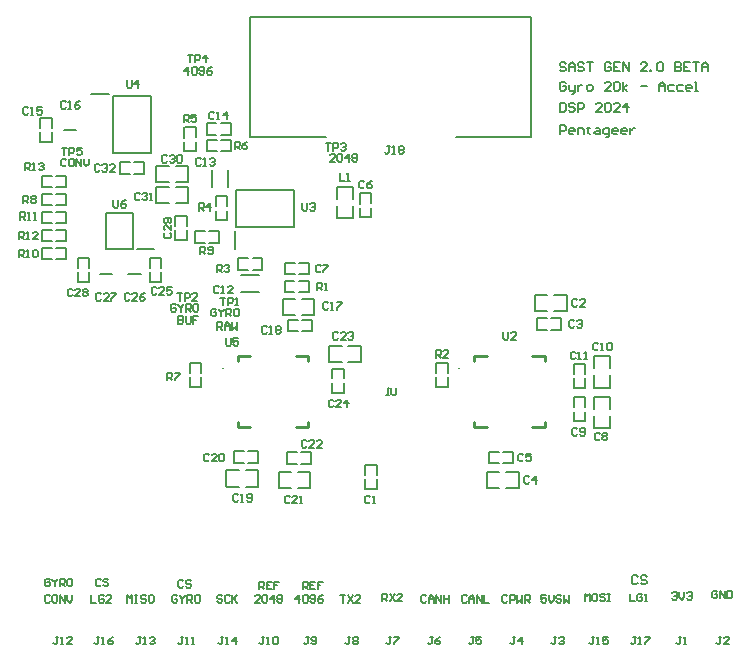
<source format=gto>
G04*
G04 #@! TF.GenerationSoftware,Altium Limited,Altium Designer,24.2.2 (26)*
G04*
G04 Layer_Color=65535*
%FSLAX44Y44*%
%MOMM*%
G71*
G04*
G04 #@! TF.SameCoordinates,32683A2E-CEC5-46B4-BDA2-C12D6267EED3*
G04*
G04*
G04 #@! TF.FilePolarity,Positive*
G04*
G01*
G75*
%ADD10C,0.0485*%
%ADD11C,0.2000*%
%ADD12C,0.1524*%
%ADD13C,0.2540*%
%ADD14C,0.1778*%
D10*
X57826Y19420D02*
G03*
X57346Y19420I-240J0D01*
G01*
D02*
G03*
X57826Y19420I240J0D01*
G01*
X-142326D02*
G03*
X-142806Y19420I-240J0D01*
G01*
D02*
G03*
X-142326Y19420I240J0D01*
G01*
D11*
X-119254Y215334D02*
X-55254D01*
X-119254D02*
Y317334D01*
X118746D01*
Y215334D02*
Y317334D01*
X54746Y215334D02*
X118746D01*
X-132480Y120440D02*
Y135440D01*
X-131180Y138940D02*
X-82180D01*
Y170940D01*
X-131180D02*
X-82180D01*
X-131180Y138940D02*
Y170940D01*
X-214870Y120890D02*
X-200870D01*
X-218370D02*
Y150890D01*
X-241370D02*
X-218370D01*
X-241370Y120890D02*
Y150890D01*
Y120890D02*
X-218370D01*
X-277030Y220980D02*
X-266530D01*
X-151642Y172978D02*
Y187702D01*
X-137918Y172978D02*
Y187702D01*
X-254210Y251860D02*
X-239210D01*
X-235710Y201560D02*
Y250560D01*
Y201560D02*
X-203710D01*
Y250560D01*
X-235710D02*
X-203710D01*
X-246550Y99060D02*
X-236050D01*
X-222420D02*
X-211920D01*
X-126742Y84578D02*
X-112018D01*
X-126742Y98302D02*
X-112018D01*
D12*
X-46228Y146558D02*
Y157099D01*
Y146558D02*
X-32639D01*
X-32512Y146685D01*
Y157099D01*
X-46228Y173355D02*
X-46101Y173482D01*
X-46228Y162941D02*
Y173355D01*
X-46101Y173482D02*
X-32639D01*
X-32512Y173355D01*
Y162941D02*
Y173355D01*
X-16764Y159193D02*
Y167640D01*
X-26293D02*
X-16764D01*
X-26416Y159127D02*
Y167517D01*
X-26293Y167640D01*
X-26416Y147320D02*
Y155475D01*
Y147320D02*
X-16764D01*
Y155502D01*
X-296926Y210820D02*
Y219267D01*
Y210820D02*
X-287397D01*
X-287274Y210943D02*
Y219333D01*
X-287397Y210820D02*
X-287274Y210943D01*
Y222985D02*
Y231140D01*
X-296926D02*
X-287274D01*
X-296926Y222958D02*
Y231140D01*
X81026Y-68072D02*
X91567D01*
X81026Y-81661D02*
Y-68072D01*
Y-81661D02*
X81153Y-81788D01*
X91567D01*
X107823Y-68072D02*
X107950Y-68199D01*
X97409Y-68072D02*
X107823D01*
X107950Y-81661D02*
Y-68199D01*
X107823Y-81788D02*
X107950Y-81661D01*
X97409Y-81788D02*
X107823D01*
X94931Y-60706D02*
X103378D01*
Y-51177D01*
X94865Y-51054D02*
X103255D01*
X103378Y-51177D01*
X83058Y-51054D02*
X91213D01*
X83058Y-60706D02*
Y-51054D01*
Y-60706D02*
X91240D01*
X171450Y-31242D02*
Y-20701D01*
Y-31242D02*
X185039D01*
X185166Y-31115D01*
Y-20701D01*
X171450Y-4445D02*
X171577Y-4318D01*
X171450Y-14859D02*
Y-4445D01*
X171577Y-4318D02*
X185039D01*
X185166Y-4445D01*
Y-14859D02*
Y-4445D01*
X164084Y-13447D02*
Y-5000D01*
X154555D02*
X164084D01*
X154432Y-13513D02*
Y-5123D01*
X154555Y-5000D01*
X154432Y-25320D02*
Y-17165D01*
Y-25320D02*
X164084D01*
Y-17138D01*
X154432Y2540D02*
Y10987D01*
Y2540D02*
X163961D01*
X164084Y2663D02*
Y11053D01*
X163961Y2540D02*
X164084Y2663D01*
Y14705D02*
Y22860D01*
X154432D02*
X164084D01*
X154432Y14678D02*
Y22860D01*
X185166Y19431D02*
Y29972D01*
X171577D02*
X185166D01*
X171450Y29845D02*
X171577Y29972D01*
X171450Y19431D02*
Y29845D01*
X185039Y3048D02*
X185166Y3175D01*
Y13589D01*
X171577Y3048D02*
X185039D01*
X171450Y3175D02*
X171577Y3048D01*
X171450Y3175D02*
Y13589D01*
X121666Y81788D02*
X132207D01*
X121666Y68199D02*
Y81788D01*
Y68199D02*
X121793Y68072D01*
X132207D01*
X148463Y81788D02*
X148590Y81661D01*
X138049Y81788D02*
X148463D01*
X148590Y68199D02*
Y81661D01*
X148463Y68072D02*
X148590Y68199D01*
X138049Y68072D02*
X148463D01*
X135571Y52324D02*
X144018D01*
Y61853D01*
X135505Y61976D02*
X143895D01*
X144018Y61853D01*
X123698Y61976D02*
X131853D01*
X123698Y52324D02*
Y61976D01*
Y52324D02*
X131880D01*
X48006Y15937D02*
Y24384D01*
X38477D02*
X48006D01*
X38354Y15871D02*
Y24261D01*
X38477Y24384D01*
X38354Y4064D02*
Y12219D01*
Y4064D02*
X48006D01*
Y12246D01*
X-21844Y-82550D02*
Y-74103D01*
Y-82550D02*
X-12315D01*
X-12192Y-82427D02*
Y-74037D01*
X-12315Y-82550D02*
X-12192Y-82427D01*
Y-70385D02*
Y-62230D01*
X-21844D02*
X-12192D01*
X-21844Y-70412D02*
Y-62230D01*
X-138684Y156733D02*
Y165180D01*
X-148213D02*
X-138684D01*
X-148336Y156667D02*
Y165057D01*
X-148213Y165180D01*
X-148336Y144860D02*
Y153015D01*
Y144860D02*
X-138684D01*
Y153042D01*
X-165354Y215073D02*
Y223520D01*
X-174883D02*
X-165354D01*
X-175006Y215007D02*
Y223397D01*
X-174883Y223520D01*
X-175006Y203200D02*
Y211355D01*
Y203200D02*
X-165354D01*
Y211382D01*
X-144337Y217424D02*
X-135890D01*
Y226953D01*
X-144403Y227076D02*
X-136013D01*
X-135890Y226953D01*
X-156210Y227076D02*
X-148055D01*
X-156210Y217424D02*
Y227076D01*
Y217424D02*
X-148028D01*
X-156210Y213106D02*
X-147763D01*
X-156210Y203577D02*
Y213106D01*
X-156087Y203454D02*
X-147697D01*
X-156210Y203577D02*
X-156087Y203454D01*
X-144045D02*
X-135890D01*
Y213106D01*
X-144072D02*
X-135890D01*
X-182499Y159512D02*
X-171958D01*
Y173101D01*
X-172085Y173228D02*
X-171958Y173101D01*
X-182499Y173228D02*
X-172085D01*
X-198882Y159639D02*
X-198755Y159512D01*
X-188341D01*
X-198882Y159639D02*
Y173101D01*
X-198755Y173228D01*
X-188341D01*
X-182499Y177292D02*
X-171958D01*
Y190881D01*
X-172085Y191008D02*
X-171958Y190881D01*
X-182499Y191008D02*
X-172085D01*
X-198882Y177419D02*
X-198755Y177292D01*
X-188341D01*
X-198882Y177419D02*
Y190881D01*
X-198755Y191008D01*
X-188341D01*
X-229870Y194056D02*
X-221423D01*
X-229870Y184527D02*
Y194056D01*
X-229747Y184404D02*
X-221357D01*
X-229870Y184527D02*
X-229747Y184404D01*
X-217705D02*
X-209550D01*
Y194056D01*
X-217732D02*
X-209550D01*
X-295910Y182626D02*
X-287463D01*
X-295910Y173097D02*
Y182626D01*
X-295787Y172974D02*
X-287397D01*
X-295910Y173097D02*
X-295787Y172974D01*
X-283745D02*
X-275590D01*
Y182626D01*
X-283772D02*
X-275590D01*
X-295910Y167386D02*
X-287463D01*
X-295910Y157857D02*
Y167386D01*
X-295787Y157734D02*
X-287397D01*
X-295910Y157857D02*
X-295787Y157734D01*
X-283745D02*
X-275590D01*
Y167386D01*
X-283772D02*
X-275590D01*
X-295990Y152146D02*
X-287543D01*
X-295990Y142617D02*
Y152146D01*
X-295867Y142494D02*
X-287477D01*
X-295990Y142617D02*
X-295867Y142494D01*
X-283825D02*
X-275670D01*
Y152146D01*
X-283852D02*
X-275670D01*
X-295910Y136906D02*
X-287463D01*
X-295910Y127377D02*
Y136906D01*
X-295787Y127254D02*
X-287397D01*
X-295910Y127377D02*
X-295787Y127254D01*
X-283745D02*
X-275590D01*
Y136906D01*
X-283772D02*
X-275590D01*
X-295830Y121666D02*
X-287383D01*
X-295830Y112137D02*
Y121666D01*
X-295707Y112014D02*
X-287317D01*
X-295830Y112137D02*
X-295707Y112014D01*
X-283665D02*
X-275510D01*
Y121666D01*
X-283692D02*
X-275510D01*
X-265176Y92710D02*
Y101157D01*
Y92710D02*
X-255647D01*
X-255524Y92833D02*
Y101223D01*
X-255647Y92710D02*
X-255524Y92833D01*
Y104875D02*
Y113030D01*
X-265176D02*
X-255524D01*
X-265176Y104848D02*
Y113030D01*
X-204216Y92710D02*
Y101157D01*
Y92710D02*
X-194687D01*
X-194564Y92833D02*
Y101223D01*
X-194687Y92710D02*
X-194564Y92833D01*
Y104875D02*
Y113030D01*
X-204216D02*
X-194564D01*
X-204216Y104848D02*
Y113030D01*
X-172974Y128270D02*
Y136452D01*
X-182626Y128270D02*
X-172974D01*
X-182626D02*
Y136425D01*
Y148467D02*
X-182503Y148590D01*
X-182626Y140077D02*
Y148467D01*
X-182503Y148590D02*
X-172974D01*
Y140143D02*
Y148590D01*
X-166290Y135636D02*
X-157843D01*
X-166290Y126107D02*
Y135636D01*
X-166167Y125984D02*
X-157777D01*
X-166290Y126107D02*
X-166167Y125984D01*
X-154125D02*
X-145970D01*
Y135636D01*
X-154152D02*
X-145970D01*
X-129460Y112776D02*
X-121013D01*
X-129460Y103247D02*
Y112776D01*
X-129337Y103124D02*
X-120947D01*
X-129460Y103247D02*
X-129337Y103124D01*
X-117295D02*
X-109140D01*
Y112776D01*
X-117322D02*
X-109140D01*
X-78032Y108966D02*
X-69850D01*
Y99314D02*
Y108966D01*
X-78005Y99314D02*
X-69850D01*
X-90170Y99437D02*
X-90047Y99314D01*
X-81657D01*
X-90170Y99437D02*
Y108966D01*
X-81723D01*
X-78297Y84074D02*
X-69850D01*
Y93603D01*
X-78363Y93726D02*
X-69973D01*
X-69850Y93603D01*
X-90170Y93726D02*
X-82015D01*
X-90170Y84074D02*
Y93726D01*
Y84074D02*
X-81988D01*
X-75565Y64516D02*
X-65024D01*
Y78105D01*
X-65151Y78232D02*
X-65024Y78105D01*
X-75565Y78232D02*
X-65151D01*
X-91948Y64643D02*
X-91821Y64516D01*
X-81407D01*
X-91948Y64643D02*
Y78105D01*
X-91821Y78232D01*
X-81407D01*
X-87376Y60452D02*
X-78929D01*
X-87376Y50923D02*
Y60452D01*
X-87253Y50800D02*
X-78863D01*
X-87376Y50923D02*
X-87253Y50800D01*
X-75211D02*
X-67056D01*
Y60452D01*
X-75238D02*
X-67056D01*
X-49784Y-1016D02*
Y7431D01*
Y-1016D02*
X-40255D01*
X-40132Y-893D02*
Y7497D01*
X-40255Y-1016D02*
X-40132Y-893D01*
Y11149D02*
Y19304D01*
X-49784D02*
X-40132D01*
X-49784Y11122D02*
Y19304D01*
X-52578Y38608D02*
X-42037D01*
X-52578Y25019D02*
Y38608D01*
Y25019D02*
X-52451Y24892D01*
X-42037D01*
X-25781Y38608D02*
X-25654Y38481D01*
X-36195Y38608D02*
X-25781D01*
X-25654Y25019D02*
Y38481D01*
X-25781Y24892D02*
X-25654Y25019D01*
X-36195Y24892D02*
X-25781D01*
X-160782Y15603D02*
Y24050D01*
X-170311D02*
X-160782D01*
X-170434Y15537D02*
Y23927D01*
X-170311Y24050D01*
X-170434Y3730D02*
Y11885D01*
Y3730D02*
X-160782D01*
Y11912D01*
X-88138Y-51562D02*
X-79691D01*
X-88138Y-61091D02*
Y-51562D01*
X-88015Y-61214D02*
X-79625D01*
X-88138Y-61091D02*
X-88015Y-61214D01*
X-75973D02*
X-67818D01*
Y-51562D01*
X-76000D02*
X-67818D01*
X-78867Y-81534D02*
X-68326D01*
Y-67945D01*
X-68453Y-67818D02*
X-68326Y-67945D01*
X-78867Y-67818D02*
X-68453D01*
X-95250Y-81407D02*
X-95123Y-81534D01*
X-84709D01*
X-95250Y-81407D02*
Y-67945D01*
X-95123Y-67818D01*
X-84709D01*
X-120969Y-60452D02*
X-112522D01*
Y-50923D01*
X-121035Y-50800D02*
X-112645D01*
X-112522Y-50923D01*
X-132842Y-50800D02*
X-124687D01*
X-132842Y-60452D02*
Y-50800D01*
Y-60452D02*
X-124660D01*
X-139446Y-66802D02*
X-128905D01*
X-139446Y-80391D02*
Y-66802D01*
Y-80391D02*
X-139319Y-80518D01*
X-128905D01*
X-112649Y-66802D02*
X-112522Y-66929D01*
X-123063Y-66802D02*
X-112649D01*
X-112522Y-80391D02*
Y-66929D01*
X-112649Y-80518D02*
X-112522Y-80391D01*
X-123063Y-80518D02*
X-112649D01*
X-171832Y268224D02*
Y274572D01*
X-175006Y271398D01*
X-170774D01*
X-168658Y273514D02*
X-167600Y274572D01*
X-165484D01*
X-164426Y273514D01*
Y269282D01*
X-165484Y268224D01*
X-167600D01*
X-168658Y269282D01*
Y273514D01*
X-162310Y269282D02*
X-161252Y268224D01*
X-159136D01*
X-158078Y269282D01*
Y273514D01*
X-159136Y274572D01*
X-161252D01*
X-162310Y273514D01*
Y272456D01*
X-161252Y271398D01*
X-158078D01*
X-151730Y274572D02*
X-153846Y273514D01*
X-155962Y271398D01*
Y269282D01*
X-154904Y268224D01*
X-152788D01*
X-151730Y269282D01*
Y270340D01*
X-152788Y271398D01*
X-155962D01*
X-274914Y196044D02*
X-275972Y197102D01*
X-278088D01*
X-279146Y196044D01*
Y191812D01*
X-278088Y190754D01*
X-275972D01*
X-274914Y191812D01*
X-269624Y197102D02*
X-271740D01*
X-272798Y196044D01*
Y191812D01*
X-271740Y190754D01*
X-269624D01*
X-268566Y191812D01*
Y196044D01*
X-269624Y197102D01*
X-266450Y190754D02*
Y197102D01*
X-262218Y190754D01*
Y197102D01*
X-260102D02*
Y192870D01*
X-257986Y190754D01*
X-255870Y192870D01*
Y197102D01*
X-47584Y194564D02*
X-51816D01*
X-47584Y198796D01*
Y199854D01*
X-48642Y200912D01*
X-50758D01*
X-51816Y199854D01*
X-45468D02*
X-44410Y200912D01*
X-42294D01*
X-41236Y199854D01*
Y195622D01*
X-42294Y194564D01*
X-44410D01*
X-45468Y195622D01*
Y199854D01*
X-35946Y194564D02*
Y200912D01*
X-39120Y197738D01*
X-34888D01*
X-32772Y199854D02*
X-31714Y200912D01*
X-29598D01*
X-28540Y199854D01*
Y198796D01*
X-29598Y197738D01*
X-28540Y196680D01*
Y195622D01*
X-29598Y194564D01*
X-31714D01*
X-32772Y195622D01*
Y196680D01*
X-31714Y197738D01*
X-32772Y198796D01*
Y199854D01*
X-31714Y197738D02*
X-29598D01*
X-147066Y52324D02*
Y58672D01*
X-143892D01*
X-142834Y57614D01*
Y55498D01*
X-143892Y54440D01*
X-147066D01*
X-144950D02*
X-142834Y52324D01*
X-140718D02*
Y56556D01*
X-138602Y58672D01*
X-136486Y56556D01*
Y52324D01*
Y55498D01*
X-140718D01*
X-134370Y58672D02*
Y52324D01*
X-132254Y54440D01*
X-130138Y52324D01*
Y58672D01*
X-147914Y69044D02*
X-148972Y70102D01*
X-151088D01*
X-152146Y69044D01*
Y64812D01*
X-151088Y63754D01*
X-148972D01*
X-147914Y64812D01*
Y66928D01*
X-150030D01*
X-145798Y70102D02*
Y69044D01*
X-143682Y66928D01*
X-141566Y69044D01*
Y70102D01*
X-143682Y66928D02*
Y63754D01*
X-139450D02*
Y70102D01*
X-136276D01*
X-135218Y69044D01*
Y66928D01*
X-136276Y65870D01*
X-139450D01*
X-137334D02*
X-135218Y63754D01*
X-129928Y70102D02*
X-132044D01*
X-133102Y69044D01*
Y64812D01*
X-132044Y63754D01*
X-129928D01*
X-128870Y64812D01*
Y69044D01*
X-129928Y70102D01*
X-180086Y63752D02*
Y57404D01*
X-176912D01*
X-175854Y58462D01*
Y59520D01*
X-176912Y60578D01*
X-180086D01*
X-176912D01*
X-175854Y61636D01*
Y62694D01*
X-176912Y63752D01*
X-180086D01*
X-173738D02*
Y58462D01*
X-172680Y57404D01*
X-170564D01*
X-169506Y58462D01*
Y63752D01*
X-163158D02*
X-167390D01*
Y60578D01*
X-165274D01*
X-167390D01*
Y57404D01*
X-182204Y72854D02*
X-183262Y73912D01*
X-185378D01*
X-186436Y72854D01*
Y68622D01*
X-185378Y67564D01*
X-183262D01*
X-182204Y68622D01*
Y70738D01*
X-184320D01*
X-180088Y73912D02*
Y72854D01*
X-177972Y70738D01*
X-175856Y72854D01*
Y73912D01*
X-177972Y70738D02*
Y67564D01*
X-173740D02*
Y73912D01*
X-170566D01*
X-169508Y72854D01*
Y70738D01*
X-170566Y69680D01*
X-173740D01*
X-171624D02*
X-169508Y67564D01*
X-164218Y73912D02*
X-166334D01*
X-167392Y72854D01*
Y68622D01*
X-166334Y67564D01*
X-164218D01*
X-163160Y68622D01*
Y72854D01*
X-164218Y73912D01*
X-1163Y207644D02*
X-3279D01*
X-2221D01*
Y202354D01*
X-3279Y201296D01*
X-4337D01*
X-5395Y202354D01*
X953Y201296D02*
X3069D01*
X2011D01*
Y207644D01*
X953Y206586D01*
X6243D02*
X7301Y207644D01*
X9417D01*
X10475Y206586D01*
Y205528D01*
X9417Y204470D01*
X10475Y203412D01*
Y202354D01*
X9417Y201296D01*
X7301D01*
X6243Y202354D01*
Y203412D01*
X7301Y204470D01*
X6243Y205528D01*
Y206586D01*
X7301Y204470D02*
X9417D01*
X276266Y-169716D02*
X275208Y-168658D01*
X273092D01*
X272034Y-169716D01*
Y-173948D01*
X273092Y-175006D01*
X275208D01*
X276266Y-173948D01*
Y-171832D01*
X274150D01*
X278382Y-175006D02*
Y-168658D01*
X282614Y-175006D01*
Y-168658D01*
X284730D02*
Y-175006D01*
X287904D01*
X288962Y-173948D01*
Y-169716D01*
X287904Y-168658D01*
X284730D01*
X237744Y-170986D02*
X238802Y-169928D01*
X240918D01*
X241976Y-170986D01*
Y-172044D01*
X240918Y-173102D01*
X239860D01*
X240918D01*
X241976Y-174160D01*
Y-175218D01*
X240918Y-176276D01*
X238802D01*
X237744Y-175218D01*
X244092Y-169928D02*
Y-174160D01*
X246208Y-176276D01*
X248324Y-174160D01*
Y-169928D01*
X250440Y-170986D02*
X251498Y-169928D01*
X253614D01*
X254672Y-170986D01*
Y-172044D01*
X253614Y-173102D01*
X252556D01*
X253614D01*
X254672Y-174160D01*
Y-175218D01*
X253614Y-176276D01*
X251498D01*
X250440Y-175218D01*
X202184Y-171198D02*
Y-177546D01*
X206416D01*
X212764Y-172256D02*
X211706Y-171198D01*
X209590D01*
X208532Y-172256D01*
Y-176488D01*
X209590Y-177546D01*
X211706D01*
X212764Y-176488D01*
Y-174372D01*
X210648D01*
X214880Y-177546D02*
X216996D01*
X215938D01*
Y-171198D01*
X214880Y-172256D01*
X164084Y-177546D02*
Y-171198D01*
X166200Y-173314D01*
X168316Y-171198D01*
Y-177546D01*
X173606Y-171198D02*
X171490D01*
X170432Y-172256D01*
Y-176488D01*
X171490Y-177546D01*
X173606D01*
X174664Y-176488D01*
Y-172256D01*
X173606Y-171198D01*
X181012Y-172256D02*
X179954Y-171198D01*
X177838D01*
X176780Y-172256D01*
Y-173314D01*
X177838Y-174372D01*
X179954D01*
X181012Y-175430D01*
Y-176488D01*
X179954Y-177546D01*
X177838D01*
X176780Y-176488D01*
X183128Y-171198D02*
X185244D01*
X184186D01*
Y-177546D01*
X183128D01*
X185244D01*
X131486Y-172468D02*
X127254D01*
Y-175642D01*
X129370Y-174584D01*
X130428D01*
X131486Y-175642D01*
Y-177758D01*
X130428Y-178816D01*
X128312D01*
X127254Y-177758D01*
X133602Y-172468D02*
Y-176700D01*
X135718Y-178816D01*
X137834Y-176700D01*
Y-172468D01*
X144182Y-173526D02*
X143124Y-172468D01*
X141008D01*
X139950Y-173526D01*
Y-174584D01*
X141008Y-175642D01*
X143124D01*
X144182Y-176700D01*
Y-177758D01*
X143124Y-178816D01*
X141008D01*
X139950Y-177758D01*
X146298Y-172468D02*
Y-178816D01*
X148414Y-176700D01*
X150530Y-178816D01*
Y-172468D01*
X98466Y-173526D02*
X97408Y-172468D01*
X95292D01*
X94234Y-173526D01*
Y-177758D01*
X95292Y-178816D01*
X97408D01*
X98466Y-177758D01*
X100582Y-178816D02*
Y-172468D01*
X103756D01*
X104814Y-173526D01*
Y-175642D01*
X103756Y-176700D01*
X100582D01*
X106930Y-172468D02*
Y-178816D01*
X109046Y-176700D01*
X111162Y-178816D01*
Y-172468D01*
X113278Y-178816D02*
Y-172468D01*
X116452D01*
X117510Y-173526D01*
Y-175642D01*
X116452Y-176700D01*
X113278D01*
X115394D02*
X117510Y-178816D01*
X64176Y-173526D02*
X63118Y-172468D01*
X61002D01*
X59944Y-173526D01*
Y-177758D01*
X61002Y-178816D01*
X63118D01*
X64176Y-177758D01*
X66292Y-178816D02*
Y-174584D01*
X68408Y-172468D01*
X70524Y-174584D01*
Y-178816D01*
Y-175642D01*
X66292D01*
X72640Y-178816D02*
Y-172468D01*
X76872Y-178816D01*
Y-172468D01*
X78988D02*
Y-178816D01*
X83220D01*
X29886Y-173526D02*
X28828Y-172468D01*
X26712D01*
X25654Y-173526D01*
Y-177758D01*
X26712Y-178816D01*
X28828D01*
X29886Y-177758D01*
X32002Y-178816D02*
Y-174584D01*
X34118Y-172468D01*
X36234Y-174584D01*
Y-178816D01*
Y-175642D01*
X32002D01*
X38350Y-178816D02*
Y-172468D01*
X42582Y-178816D01*
Y-172468D01*
X44698D02*
Y-178816D01*
Y-175642D01*
X48930D01*
Y-172468D01*
Y-178816D01*
X-7366Y-177546D02*
Y-171198D01*
X-4192D01*
X-3134Y-172256D01*
Y-174372D01*
X-4192Y-175430D01*
X-7366D01*
X-5250D02*
X-3134Y-177546D01*
X-1018Y-171198D02*
X3214Y-177546D01*
Y-171198D02*
X-1018Y-177546D01*
X9562D02*
X5330D01*
X9562Y-173314D01*
Y-172256D01*
X8504Y-171198D01*
X6388D01*
X5330Y-172256D01*
X-42926Y-172468D02*
X-38694D01*
X-40810D01*
Y-178816D01*
X-36578Y-172468D02*
X-32346Y-178816D01*
Y-172468D02*
X-36578Y-178816D01*
X-25998D02*
X-30230D01*
X-25998Y-174584D01*
Y-173526D01*
X-27056Y-172468D01*
X-29172D01*
X-30230Y-173526D01*
X-74676Y-167386D02*
Y-161038D01*
X-71502D01*
X-70444Y-162096D01*
Y-164212D01*
X-71502Y-165270D01*
X-74676D01*
X-72560D02*
X-70444Y-167386D01*
X-64096Y-161038D02*
X-68328D01*
Y-167386D01*
X-64096D01*
X-68328Y-164212D02*
X-66212D01*
X-57748Y-161038D02*
X-61980D01*
Y-164212D01*
X-59864D01*
X-61980D01*
Y-167386D01*
X-77852Y-178816D02*
Y-172468D01*
X-81026Y-175642D01*
X-76794D01*
X-74678Y-173526D02*
X-73620Y-172468D01*
X-71504D01*
X-70446Y-173526D01*
Y-177758D01*
X-71504Y-178816D01*
X-73620D01*
X-74678Y-177758D01*
Y-173526D01*
X-68330Y-177758D02*
X-67272Y-178816D01*
X-65156D01*
X-64098Y-177758D01*
Y-173526D01*
X-65156Y-172468D01*
X-67272D01*
X-68330Y-173526D01*
Y-174584D01*
X-67272Y-175642D01*
X-64098D01*
X-57750Y-172468D02*
X-59866Y-173526D01*
X-61982Y-175642D01*
Y-177758D01*
X-60924Y-178816D01*
X-58808D01*
X-57750Y-177758D01*
Y-176700D01*
X-58808Y-175642D01*
X-61982D01*
X-111084Y-178816D02*
X-115316D01*
X-111084Y-174584D01*
Y-173526D01*
X-112142Y-172468D01*
X-114258D01*
X-115316Y-173526D01*
X-108968D02*
X-107910Y-172468D01*
X-105794D01*
X-104736Y-173526D01*
Y-177758D01*
X-105794Y-178816D01*
X-107910D01*
X-108968Y-177758D01*
Y-173526D01*
X-99446Y-178816D02*
Y-172468D01*
X-102620Y-175642D01*
X-98388D01*
X-96272Y-173526D02*
X-95214Y-172468D01*
X-93098D01*
X-92040Y-173526D01*
Y-174584D01*
X-93098Y-175642D01*
X-92040Y-176700D01*
Y-177758D01*
X-93098Y-178816D01*
X-95214D01*
X-96272Y-177758D01*
Y-176700D01*
X-95214Y-175642D01*
X-96272Y-174584D01*
Y-173526D01*
X-95214Y-175642D02*
X-93098D01*
X-111506Y-167386D02*
Y-161038D01*
X-108332D01*
X-107274Y-162096D01*
Y-164212D01*
X-108332Y-165270D01*
X-111506D01*
X-109390D02*
X-107274Y-167386D01*
X-100926Y-161038D02*
X-105158D01*
Y-167386D01*
X-100926D01*
X-105158Y-164212D02*
X-103042D01*
X-94578Y-161038D02*
X-98810D01*
Y-164212D01*
X-96694D01*
X-98810D01*
Y-167386D01*
X-180934Y-173526D02*
X-181992Y-172468D01*
X-184108D01*
X-185166Y-173526D01*
Y-177758D01*
X-184108Y-178816D01*
X-181992D01*
X-180934Y-177758D01*
Y-175642D01*
X-183050D01*
X-178818Y-172468D02*
Y-173526D01*
X-176702Y-175642D01*
X-174586Y-173526D01*
Y-172468D01*
X-176702Y-175642D02*
Y-178816D01*
X-172470D02*
Y-172468D01*
X-169296D01*
X-168238Y-173526D01*
Y-175642D01*
X-169296Y-176700D01*
X-172470D01*
X-170354D02*
X-168238Y-178816D01*
X-162948Y-172468D02*
X-165064D01*
X-166122Y-173526D01*
Y-177758D01*
X-165064Y-178816D01*
X-162948D01*
X-161890Y-177758D01*
Y-173526D01*
X-162948Y-172468D01*
X-142834Y-173526D02*
X-143892Y-172468D01*
X-146008D01*
X-147066Y-173526D01*
Y-174584D01*
X-146008Y-175642D01*
X-143892D01*
X-142834Y-176700D01*
Y-177758D01*
X-143892Y-178816D01*
X-146008D01*
X-147066Y-177758D01*
X-136486Y-173526D02*
X-137544Y-172468D01*
X-139660D01*
X-140718Y-173526D01*
Y-177758D01*
X-139660Y-178816D01*
X-137544D01*
X-136486Y-177758D01*
X-134370Y-172468D02*
Y-178816D01*
Y-176700D01*
X-130138Y-172468D01*
X-133312Y-175642D01*
X-130138Y-178816D01*
X-223266D02*
Y-172468D01*
X-221150Y-174584D01*
X-219034Y-172468D01*
Y-178816D01*
X-216918Y-172468D02*
X-214802D01*
X-215860D01*
Y-178816D01*
X-216918D01*
X-214802D01*
X-207396Y-173526D02*
X-208454Y-172468D01*
X-210570D01*
X-211628Y-173526D01*
Y-174584D01*
X-210570Y-175642D01*
X-208454D01*
X-207396Y-176700D01*
Y-177758D01*
X-208454Y-178816D01*
X-210570D01*
X-211628Y-177758D01*
X-202106Y-172468D02*
X-204222D01*
X-205280Y-173526D01*
Y-177758D01*
X-204222Y-178816D01*
X-202106D01*
X-201048Y-177758D01*
Y-173526D01*
X-202106Y-172468D01*
X-288884Y-159556D02*
X-289942Y-158498D01*
X-292058D01*
X-293116Y-159556D01*
Y-163788D01*
X-292058Y-164846D01*
X-289942D01*
X-288884Y-163788D01*
Y-161672D01*
X-291000D01*
X-286768Y-158498D02*
Y-159556D01*
X-284652Y-161672D01*
X-282536Y-159556D01*
Y-158498D01*
X-284652Y-161672D02*
Y-164846D01*
X-280420D02*
Y-158498D01*
X-277246D01*
X-276188Y-159556D01*
Y-161672D01*
X-277246Y-162730D01*
X-280420D01*
X-278304D02*
X-276188Y-164846D01*
X-270898Y-158498D02*
X-273014D01*
X-274072Y-159556D01*
Y-163788D01*
X-273014Y-164846D01*
X-270898D01*
X-269840Y-163788D01*
Y-159556D01*
X-270898Y-158498D01*
X-175854Y-160826D02*
X-176912Y-159768D01*
X-179028D01*
X-180086Y-160826D01*
Y-165058D01*
X-179028Y-166116D01*
X-176912D01*
X-175854Y-165058D01*
X-169506Y-160826D02*
X-170564Y-159768D01*
X-172680D01*
X-173738Y-160826D01*
Y-161884D01*
X-172680Y-162942D01*
X-170564D01*
X-169506Y-164000D01*
Y-165058D01*
X-170564Y-166116D01*
X-172680D01*
X-173738Y-165058D01*
X-253746Y-172468D02*
Y-178816D01*
X-249514D01*
X-243166Y-173526D02*
X-244224Y-172468D01*
X-246340D01*
X-247398Y-173526D01*
Y-177758D01*
X-246340Y-178816D01*
X-244224D01*
X-243166Y-177758D01*
Y-175642D01*
X-245282D01*
X-236818Y-178816D02*
X-241050D01*
X-236818Y-174584D01*
Y-173526D01*
X-237876Y-172468D01*
X-239992D01*
X-241050Y-173526D01*
X-245704Y-159556D02*
X-246762Y-158498D01*
X-248878D01*
X-249936Y-159556D01*
Y-163788D01*
X-248878Y-164846D01*
X-246762D01*
X-245704Y-163788D01*
X-239356Y-159556D02*
X-240414Y-158498D01*
X-242530D01*
X-243588Y-159556D01*
Y-160614D01*
X-242530Y-161672D01*
X-240414D01*
X-239356Y-162730D01*
Y-163788D01*
X-240414Y-164846D01*
X-242530D01*
X-243588Y-163788D01*
X-288884Y-173526D02*
X-289942Y-172468D01*
X-292058D01*
X-293116Y-173526D01*
Y-177758D01*
X-292058Y-178816D01*
X-289942D01*
X-288884Y-177758D01*
X-283594Y-172468D02*
X-285710D01*
X-286768Y-173526D01*
Y-177758D01*
X-285710Y-178816D01*
X-283594D01*
X-282536Y-177758D01*
Y-173526D01*
X-283594Y-172468D01*
X-280420Y-178816D02*
Y-172468D01*
X-276188Y-178816D01*
Y-172468D01*
X-274072D02*
Y-176700D01*
X-271956Y-178816D01*
X-269840Y-176700D01*
Y-172468D01*
X-55454Y210184D02*
X-51222D01*
X-53338D01*
Y203836D01*
X-49106D02*
Y210184D01*
X-45932D01*
X-44874Y209126D01*
Y207010D01*
X-45932Y205952D01*
X-49106D01*
X-42758Y209126D02*
X-41700Y210184D01*
X-39584D01*
X-38526Y209126D01*
Y208068D01*
X-39584Y207010D01*
X-40642D01*
X-39584D01*
X-38526Y205952D01*
Y204894D01*
X-39584Y203836D01*
X-41700D01*
X-42758Y204894D01*
X-43602Y184784D02*
Y178436D01*
X-39370D01*
X-37254D02*
X-35138D01*
X-36196D01*
Y184784D01*
X-37254Y183726D01*
X-22648Y177376D02*
X-23706Y178434D01*
X-25822D01*
X-26880Y177376D01*
Y173144D01*
X-25822Y172086D01*
X-23706D01*
X-22648Y173144D01*
X-16300Y178434D02*
X-18416Y177376D01*
X-20532Y175260D01*
Y173144D01*
X-19474Y172086D01*
X-17358D01*
X-16300Y173144D01*
Y174202D01*
X-17358Y175260D01*
X-20532D01*
X-75140Y159384D02*
Y154094D01*
X-74082Y153036D01*
X-71966D01*
X-70908Y154094D01*
Y159384D01*
X-68792Y158326D02*
X-67734Y159384D01*
X-65618D01*
X-64560Y158326D01*
Y157268D01*
X-65618Y156210D01*
X-66676D01*
X-65618D01*
X-64560Y155152D01*
Y154094D01*
X-65618Y153036D01*
X-67734D01*
X-68792Y154094D01*
X-235160Y161924D02*
Y156634D01*
X-234102Y155576D01*
X-231986D01*
X-230928Y156634D01*
Y161924D01*
X-224580D02*
X-226696Y160866D01*
X-228812Y158750D01*
Y156634D01*
X-227754Y155576D01*
X-225638D01*
X-224580Y156634D01*
Y157692D01*
X-225638Y158750D01*
X-228812D01*
X-307233Y239606D02*
X-308291Y240664D01*
X-310407D01*
X-311465Y239606D01*
Y235374D01*
X-310407Y234316D01*
X-308291D01*
X-307233Y235374D01*
X-305117Y234316D02*
X-303001D01*
X-304059D01*
Y240664D01*
X-305117Y239606D01*
X-295595Y240664D02*
X-299827D01*
Y237490D01*
X-297711Y238548D01*
X-296653D01*
X-295595Y237490D01*
Y235374D01*
X-296653Y234316D01*
X-298769D01*
X-299827Y235374D01*
X-275483Y244686D02*
X-276541Y245744D01*
X-278657D01*
X-279715Y244686D01*
Y240454D01*
X-278657Y239396D01*
X-276541D01*
X-275483Y240454D01*
X-273367Y239396D02*
X-271251D01*
X-272309D01*
Y245744D01*
X-273367Y244686D01*
X-263845Y245744D02*
X-265961Y244686D01*
X-268077Y242570D01*
Y240454D01*
X-267019Y239396D01*
X-264903D01*
X-263845Y240454D01*
Y241512D01*
X-264903Y242570D01*
X-268077D01*
X95040Y50164D02*
Y44874D01*
X96098Y43816D01*
X98214D01*
X99272Y44874D01*
Y50164D01*
X105620Y43816D02*
X101388D01*
X105620Y48048D01*
Y49106D01*
X104562Y50164D01*
X102446D01*
X101388Y49106D01*
X117052Y-72814D02*
X115994Y-71756D01*
X113878D01*
X112820Y-72814D01*
Y-77046D01*
X113878Y-78104D01*
X115994D01*
X117052Y-77046D01*
X122342Y-78104D02*
Y-71756D01*
X119168Y-74930D01*
X123400D01*
X111972Y-53764D02*
X110914Y-52706D01*
X108798D01*
X107740Y-53764D01*
Y-57996D01*
X108798Y-59054D01*
X110914D01*
X111972Y-57996D01*
X118320Y-52706D02*
X114088D01*
Y-55880D01*
X116204Y-54822D01*
X117262D01*
X118320Y-55880D01*
Y-57996D01*
X117262Y-59054D01*
X115146D01*
X114088Y-57996D01*
X176742Y-35984D02*
X175684Y-34926D01*
X173568D01*
X172510Y-35984D01*
Y-40216D01*
X173568Y-41274D01*
X175684D01*
X176742Y-40216D01*
X178858Y-35984D02*
X179916Y-34926D01*
X182032D01*
X183090Y-35984D01*
Y-37042D01*
X182032Y-38100D01*
X183090Y-39158D01*
Y-40216D01*
X182032Y-41274D01*
X179916D01*
X178858Y-40216D01*
Y-39158D01*
X179916Y-38100D01*
X178858Y-37042D01*
Y-35984D01*
X179916Y-38100D02*
X182032D01*
X157692Y-32174D02*
X156634Y-31116D01*
X154518D01*
X153460Y-32174D01*
Y-36406D01*
X154518Y-37464D01*
X156634D01*
X157692Y-36406D01*
X159808D02*
X160866Y-37464D01*
X162982D01*
X164040Y-36406D01*
Y-32174D01*
X162982Y-31116D01*
X160866D01*
X159808Y-32174D01*
Y-33232D01*
X160866Y-34290D01*
X164040D01*
X156105Y32596D02*
X155047Y33654D01*
X152931D01*
X151873Y32596D01*
Y28364D01*
X152931Y27306D01*
X155047D01*
X156105Y28364D01*
X158221Y27306D02*
X160337D01*
X159279D01*
Y33654D01*
X158221Y32596D01*
X163511Y27306D02*
X165627D01*
X164569D01*
Y33654D01*
X163511Y32596D01*
X175367Y40216D02*
X174309Y41274D01*
X172193D01*
X171135Y40216D01*
Y35984D01*
X172193Y34926D01*
X174309D01*
X175367Y35984D01*
X177483Y34926D02*
X179599D01*
X178541D01*
Y41274D01*
X177483Y40216D01*
X182773D02*
X183831Y41274D01*
X185947D01*
X187005Y40216D01*
Y35984D01*
X185947Y34926D01*
X183831D01*
X182773Y35984D01*
Y40216D01*
X157692Y77046D02*
X156634Y78104D01*
X154518D01*
X153460Y77046D01*
Y72814D01*
X154518Y71756D01*
X156634D01*
X157692Y72814D01*
X164040Y71756D02*
X159808D01*
X164040Y75988D01*
Y77046D01*
X162982Y78104D01*
X160866D01*
X159808Y77046D01*
X155152Y59266D02*
X154094Y60324D01*
X151978D01*
X150920Y59266D01*
Y55034D01*
X151978Y53976D01*
X154094D01*
X155152Y55034D01*
X157268Y59266D02*
X158326Y60324D01*
X160442D01*
X161500Y59266D01*
Y58208D01*
X160442Y57150D01*
X159384D01*
X160442D01*
X161500Y56092D01*
Y55034D01*
X160442Y53976D01*
X158326D01*
X157268Y55034D01*
X37890Y28576D02*
Y34924D01*
X41064D01*
X42122Y33866D01*
Y31750D01*
X41064Y30692D01*
X37890D01*
X40006D02*
X42122Y28576D01*
X48470D02*
X44238D01*
X48470Y32808D01*
Y33866D01*
X47412Y34924D01*
X45296D01*
X44238Y33866D01*
X-17780Y-89324D02*
X-18838Y-88266D01*
X-20954D01*
X-22012Y-89324D01*
Y-93556D01*
X-20954Y-94614D01*
X-18838D01*
X-17780Y-93556D01*
X-15664Y-94614D02*
X-13548D01*
X-14606D01*
Y-88266D01*
X-15664Y-89324D01*
X-162770Y153036D02*
Y159384D01*
X-159596D01*
X-158538Y158326D01*
Y156210D01*
X-159596Y155152D01*
X-162770D01*
X-160654D02*
X-158538Y153036D01*
X-153248D02*
Y159384D01*
X-156422Y156210D01*
X-152190D01*
X-172294Y285114D02*
X-168062D01*
X-170178D01*
Y278766D01*
X-165946D02*
Y285114D01*
X-162772D01*
X-161714Y284056D01*
Y281940D01*
X-162772Y280882D01*
X-165946D01*
X-156424Y278766D02*
Y285114D01*
X-159598Y281940D01*
X-155366D01*
X-175470Y227966D02*
Y234314D01*
X-172296D01*
X-171238Y233256D01*
Y231140D01*
X-172296Y230082D01*
X-175470D01*
X-173354D02*
X-171238Y227966D01*
X-164890Y234314D02*
X-169122D01*
Y231140D01*
X-167006Y232198D01*
X-165948D01*
X-164890Y231140D01*
Y229024D01*
X-165948Y227966D01*
X-168064D01*
X-169122Y229024D01*
X-149753Y235796D02*
X-150811Y236854D01*
X-152927D01*
X-153985Y235796D01*
Y231564D01*
X-152927Y230506D01*
X-150811D01*
X-149753Y231564D01*
X-147637Y230506D02*
X-145521D01*
X-146579D01*
Y236854D01*
X-147637Y235796D01*
X-139173Y230506D02*
Y236854D01*
X-142347Y233680D01*
X-138115D01*
X-132290Y205106D02*
Y211454D01*
X-129116D01*
X-128058Y210396D01*
Y208280D01*
X-129116Y207222D01*
X-132290D01*
X-130174D02*
X-128058Y205106D01*
X-121710Y211454D02*
X-123826Y210396D01*
X-125942Y208280D01*
Y206164D01*
X-124884Y205106D01*
X-122768D01*
X-121710Y206164D01*
Y207222D01*
X-122768Y208280D01*
X-125942D01*
X-212724Y167216D02*
X-213782Y168274D01*
X-215898D01*
X-216956Y167216D01*
Y162984D01*
X-215898Y161926D01*
X-213782D01*
X-212724Y162984D01*
X-210608Y167216D02*
X-209550Y168274D01*
X-207434D01*
X-206376Y167216D01*
Y166158D01*
X-207434Y165100D01*
X-208492D01*
X-207434D01*
X-206376Y164042D01*
Y162984D01*
X-207434Y161926D01*
X-209550D01*
X-210608Y162984D01*
X-204260Y161926D02*
X-202144D01*
X-203202D01*
Y168274D01*
X-204260Y167216D01*
X-161183Y196426D02*
X-162241Y197484D01*
X-164357D01*
X-165415Y196426D01*
Y192194D01*
X-164357Y191136D01*
X-162241D01*
X-161183Y192194D01*
X-159067Y191136D02*
X-156951D01*
X-158009D01*
Y197484D01*
X-159067Y196426D01*
X-153777D02*
X-152719Y197484D01*
X-150603D01*
X-149545Y196426D01*
Y195368D01*
X-150603Y194310D01*
X-151661D01*
X-150603D01*
X-149545Y193252D01*
Y192194D01*
X-150603Y191136D01*
X-152719D01*
X-153777Y192194D01*
X-189652Y198966D02*
X-190710Y200024D01*
X-192826D01*
X-193884Y198966D01*
Y194734D01*
X-192826Y193676D01*
X-190710D01*
X-189652Y194734D01*
X-187536Y198966D02*
X-186478Y200024D01*
X-184362D01*
X-183304Y198966D01*
Y197908D01*
X-184362Y196850D01*
X-185420D01*
X-184362D01*
X-183304Y195792D01*
Y194734D01*
X-184362Y193676D01*
X-186478D01*
X-187536Y194734D01*
X-181188Y198966D02*
X-180130Y200024D01*
X-178014D01*
X-176956Y198966D01*
Y194734D01*
X-178014Y193676D01*
X-180130D01*
X-181188Y194734D01*
Y198966D01*
X-246802Y191346D02*
X-247860Y192404D01*
X-249976D01*
X-251034Y191346D01*
Y187114D01*
X-249976Y186056D01*
X-247860D01*
X-246802Y187114D01*
X-244686Y191346D02*
X-243628Y192404D01*
X-241512D01*
X-240454Y191346D01*
Y190288D01*
X-241512Y189230D01*
X-242570D01*
X-241512D01*
X-240454Y188172D01*
Y187114D01*
X-241512Y186056D01*
X-243628D01*
X-244686Y187114D01*
X-234106Y186056D02*
X-238338D01*
X-234106Y190288D01*
Y191346D01*
X-235164Y192404D01*
X-237280D01*
X-238338Y191346D01*
X-223730Y263524D02*
Y258234D01*
X-222672Y257176D01*
X-220556D01*
X-219498Y258234D01*
Y263524D01*
X-214208Y257176D02*
Y263524D01*
X-217382Y260350D01*
X-213150D01*
X-278974Y206374D02*
X-274742D01*
X-276858D01*
Y200026D01*
X-272626D02*
Y206374D01*
X-269452D01*
X-268394Y205316D01*
Y203200D01*
X-269452Y202142D01*
X-272626D01*
X-262046Y206374D02*
X-266278D01*
Y203200D01*
X-264162Y204258D01*
X-263104D01*
X-262046Y203200D01*
Y201084D01*
X-263104Y200026D01*
X-265220D01*
X-266278Y201084D01*
X-310195Y187326D02*
Y193674D01*
X-307021D01*
X-305963Y192616D01*
Y190500D01*
X-307021Y189442D01*
X-310195D01*
X-308079D02*
X-305963Y187326D01*
X-303847D02*
X-301731D01*
X-302789D01*
Y193674D01*
X-303847Y192616D01*
X-298557D02*
X-297499Y193674D01*
X-295383D01*
X-294325Y192616D01*
Y191558D01*
X-295383Y190500D01*
X-296441D01*
X-295383D01*
X-294325Y189442D01*
Y188384D01*
X-295383Y187326D01*
X-297499D01*
X-298557Y188384D01*
X-311360Y159386D02*
Y165734D01*
X-308186D01*
X-307128Y164676D01*
Y162560D01*
X-308186Y161502D01*
X-311360D01*
X-309244D02*
X-307128Y159386D01*
X-305012Y164676D02*
X-303954Y165734D01*
X-301838D01*
X-300780Y164676D01*
Y163618D01*
X-301838Y162560D01*
X-300780Y161502D01*
Y160444D01*
X-301838Y159386D01*
X-303954D01*
X-305012Y160444D01*
Y161502D01*
X-303954Y162560D01*
X-305012Y163618D01*
Y164676D01*
X-303954Y162560D02*
X-301838D01*
X-314217Y145416D02*
Y151764D01*
X-311043D01*
X-309985Y150706D01*
Y148590D01*
X-311043Y147532D01*
X-314217D01*
X-312101D02*
X-309985Y145416D01*
X-307869D02*
X-305753D01*
X-306811D01*
Y151764D01*
X-307869Y150706D01*
X-302579Y145416D02*
X-300463D01*
X-301521D01*
Y151764D01*
X-302579Y150706D01*
X-315275Y128906D02*
Y135254D01*
X-312101D01*
X-311043Y134196D01*
Y132080D01*
X-312101Y131022D01*
X-315275D01*
X-313159D02*
X-311043Y128906D01*
X-308927D02*
X-306811D01*
X-307869D01*
Y135254D01*
X-308927Y134196D01*
X-299405Y128906D02*
X-303637D01*
X-299405Y133138D01*
Y134196D01*
X-300463Y135254D01*
X-302579D01*
X-303637Y134196D01*
X-315275Y113666D02*
Y120014D01*
X-312101D01*
X-311043Y118956D01*
Y116840D01*
X-312101Y115782D01*
X-315275D01*
X-313159D02*
X-311043Y113666D01*
X-308927D02*
X-306811D01*
X-307869D01*
Y120014D01*
X-308927Y118956D01*
X-303637D02*
X-302579Y120014D01*
X-300463D01*
X-299405Y118956D01*
Y114724D01*
X-300463Y113666D01*
X-302579D01*
X-303637Y114724D01*
Y118956D01*
X-269662Y85936D02*
X-270720Y86994D01*
X-272836D01*
X-273894Y85936D01*
Y81704D01*
X-272836Y80646D01*
X-270720D01*
X-269662Y81704D01*
X-263314Y80646D02*
X-267546D01*
X-263314Y84878D01*
Y85936D01*
X-264372Y86994D01*
X-266488D01*
X-267546Y85936D01*
X-261198D02*
X-260140Y86994D01*
X-258024D01*
X-256966Y85936D01*
Y84878D01*
X-258024Y83820D01*
X-256966Y82762D01*
Y81704D01*
X-258024Y80646D01*
X-260140D01*
X-261198Y81704D01*
Y82762D01*
X-260140Y83820D01*
X-261198Y84878D01*
Y85936D01*
X-260140Y83820D02*
X-258024D01*
X-245532Y82126D02*
X-246590Y83184D01*
X-248706D01*
X-249764Y82126D01*
Y77894D01*
X-248706Y76836D01*
X-246590D01*
X-245532Y77894D01*
X-239184Y76836D02*
X-243416D01*
X-239184Y81068D01*
Y82126D01*
X-240242Y83184D01*
X-242358D01*
X-243416Y82126D01*
X-237068Y83184D02*
X-232836D01*
Y82126D01*
X-237068Y77894D01*
Y76836D01*
X-198542Y87206D02*
X-199600Y88264D01*
X-201716D01*
X-202774Y87206D01*
Y82974D01*
X-201716Y81916D01*
X-199600D01*
X-198542Y82974D01*
X-192194Y81916D02*
X-196426D01*
X-192194Y86148D01*
Y87206D01*
X-193252Y88264D01*
X-195368D01*
X-196426Y87206D01*
X-185846Y88264D02*
X-190078D01*
Y85090D01*
X-187962Y86148D01*
X-186904D01*
X-185846Y85090D01*
Y82974D01*
X-186904Y81916D01*
X-189020D01*
X-190078Y82974D01*
X-221402Y82126D02*
X-222460Y83184D01*
X-224576D01*
X-225634Y82126D01*
Y77894D01*
X-224576Y76836D01*
X-222460D01*
X-221402Y77894D01*
X-215054Y76836D02*
X-219286D01*
X-215054Y81068D01*
Y82126D01*
X-216112Y83184D01*
X-218228D01*
X-219286Y82126D01*
X-208706Y83184D02*
X-210822Y82126D01*
X-212938Y80010D01*
Y77894D01*
X-211880Y76836D01*
X-209764D01*
X-208706Y77894D01*
Y78952D01*
X-209764Y80010D01*
X-212938D01*
X-191346Y134198D02*
X-192404Y133140D01*
Y131024D01*
X-191346Y129966D01*
X-187114D01*
X-186056Y131024D01*
Y133140D01*
X-187114Y134198D01*
X-186056Y140546D02*
Y136314D01*
X-190288Y140546D01*
X-191346D01*
X-192404Y139488D01*
Y137372D01*
X-191346Y136314D01*
X-187114Y142662D02*
X-186056Y143720D01*
Y145836D01*
X-187114Y146894D01*
X-191346D01*
X-192404Y145836D01*
Y143720D01*
X-191346Y142662D01*
X-190288D01*
X-189230Y143720D01*
Y146894D01*
X-161500Y116206D02*
Y122554D01*
X-158326D01*
X-157268Y121496D01*
Y119380D01*
X-158326Y118322D01*
X-161500D01*
X-159384D02*
X-157268Y116206D01*
X-155152Y117264D02*
X-154094Y116206D01*
X-151978D01*
X-150920Y117264D01*
Y121496D01*
X-151978Y122554D01*
X-154094D01*
X-155152Y121496D01*
Y120438D01*
X-154094Y119380D01*
X-150920D01*
X-147530Y100966D02*
Y107314D01*
X-144356D01*
X-143298Y106256D01*
Y104140D01*
X-144356Y103082D01*
X-147530D01*
X-145414D02*
X-143298Y100966D01*
X-141182Y106256D02*
X-140124Y107314D01*
X-138008D01*
X-136950Y106256D01*
Y105198D01*
X-138008Y104140D01*
X-139066D01*
X-138008D01*
X-136950Y103082D01*
Y102024D01*
X-138008Y100966D01*
X-140124D01*
X-141182Y102024D01*
X-181184Y83184D02*
X-176952D01*
X-179068D01*
Y76836D01*
X-174836D02*
Y83184D01*
X-171662D01*
X-170604Y82126D01*
Y80010D01*
X-171662Y78952D01*
X-174836D01*
X-164256Y76836D02*
X-168488D01*
X-164256Y81068D01*
Y82126D01*
X-165314Y83184D01*
X-167430D01*
X-168488Y82126D01*
X-145943Y88476D02*
X-147001Y89534D01*
X-149117D01*
X-150175Y88476D01*
Y84244D01*
X-149117Y83186D01*
X-147001D01*
X-145943Y84244D01*
X-143827Y83186D02*
X-141711D01*
X-142769D01*
Y89534D01*
X-143827Y88476D01*
X-134305Y83186D02*
X-138537D01*
X-134305Y87418D01*
Y88476D01*
X-135363Y89534D01*
X-137479D01*
X-138537Y88476D01*
X-59478Y106256D02*
X-60536Y107314D01*
X-62652D01*
X-63710Y106256D01*
Y102024D01*
X-62652Y100966D01*
X-60536D01*
X-59478Y102024D01*
X-57362Y107314D02*
X-53130D01*
Y106256D01*
X-57362Y102024D01*
Y100966D01*
X-62652Y85726D02*
Y92074D01*
X-59478D01*
X-58420Y91016D01*
Y88900D01*
X-59478Y87842D01*
X-62652D01*
X-60536D02*
X-58420Y85726D01*
X-56304D02*
X-54188D01*
X-55246D01*
Y92074D01*
X-56304Y91016D01*
X-53233Y74506D02*
X-54291Y75564D01*
X-56407D01*
X-57465Y74506D01*
Y70274D01*
X-56407Y69216D01*
X-54291D01*
X-53233Y70274D01*
X-51117Y69216D02*
X-49001D01*
X-50059D01*
Y75564D01*
X-51117Y74506D01*
X-45827Y75564D02*
X-41595D01*
Y74506D01*
X-45827Y70274D01*
Y69216D01*
X-144566Y79374D02*
X-140334D01*
X-142450D01*
Y73026D01*
X-138218D02*
Y79374D01*
X-135044D01*
X-133986Y78316D01*
Y76200D01*
X-135044Y75142D01*
X-138218D01*
X-131870Y73026D02*
X-129754D01*
X-130812D01*
Y79374D01*
X-131870Y78316D01*
X-105303Y54186D02*
X-106361Y55244D01*
X-108477D01*
X-109535Y54186D01*
Y49954D01*
X-108477Y48896D01*
X-106361D01*
X-105303Y49954D01*
X-103187Y48896D02*
X-101071D01*
X-102129D01*
Y55244D01*
X-103187Y54186D01*
X-97897D02*
X-96839Y55244D01*
X-94723D01*
X-93665Y54186D01*
Y53128D01*
X-94723Y52070D01*
X-93665Y51012D01*
Y49954D01*
X-94723Y48896D01*
X-96839D01*
X-97897Y49954D01*
Y51012D01*
X-96839Y52070D01*
X-97897Y53128D01*
Y54186D01*
X-96839Y52070D02*
X-94723D01*
X-48682Y-8044D02*
X-49740Y-6986D01*
X-51856D01*
X-52914Y-8044D01*
Y-12276D01*
X-51856Y-13334D01*
X-49740D01*
X-48682Y-12276D01*
X-42334Y-13334D02*
X-46566D01*
X-42334Y-9102D01*
Y-8044D01*
X-43392Y-6986D01*
X-45508D01*
X-46566Y-8044D01*
X-37044Y-13334D02*
Y-6986D01*
X-40218Y-10160D01*
X-35986D01*
X-44872Y49106D02*
X-45930Y50164D01*
X-48046D01*
X-49104Y49106D01*
Y44874D01*
X-48046Y43816D01*
X-45930D01*
X-44872Y44874D01*
X-38524Y43816D02*
X-42756D01*
X-38524Y48048D01*
Y49106D01*
X-39582Y50164D01*
X-41698D01*
X-42756Y49106D01*
X-36408D02*
X-35350Y50164D01*
X-33234D01*
X-32176Y49106D01*
Y48048D01*
X-33234Y46990D01*
X-34292D01*
X-33234D01*
X-32176Y45932D01*
Y44874D01*
X-33234Y43816D01*
X-35350D01*
X-36408Y44874D01*
X-189440Y9526D02*
Y15874D01*
X-186266D01*
X-185208Y14816D01*
Y12700D01*
X-186266Y11642D01*
X-189440D01*
X-187324D02*
X-185208Y9526D01*
X-183092Y15874D02*
X-178860D01*
Y14816D01*
X-183092Y10584D01*
Y9526D01*
X-139910Y45084D02*
Y39794D01*
X-138852Y38736D01*
X-136736D01*
X-135678Y39794D01*
Y45084D01*
X-129330D02*
X-133562D01*
Y41910D01*
X-131446Y42968D01*
X-130388D01*
X-129330Y41910D01*
Y39794D01*
X-130388Y38736D01*
X-132504D01*
X-133562Y39794D01*
X-71542Y-42334D02*
X-72600Y-41276D01*
X-74716D01*
X-75774Y-42334D01*
Y-46566D01*
X-74716Y-47624D01*
X-72600D01*
X-71542Y-46566D01*
X-65194Y-47624D02*
X-69426D01*
X-65194Y-43392D01*
Y-42334D01*
X-66252Y-41276D01*
X-68368D01*
X-69426Y-42334D01*
X-58846Y-47624D02*
X-63078D01*
X-58846Y-43392D01*
Y-42334D01*
X-59904Y-41276D01*
X-62020D01*
X-63078Y-42334D01*
X-85724Y-89324D02*
X-86782Y-88266D01*
X-88898D01*
X-89956Y-89324D01*
Y-93556D01*
X-88898Y-94614D01*
X-86782D01*
X-85724Y-93556D01*
X-79376Y-94614D02*
X-83608D01*
X-79376Y-90382D01*
Y-89324D01*
X-80434Y-88266D01*
X-82550D01*
X-83608Y-89324D01*
X-77260Y-94614D02*
X-75144D01*
X-76202D01*
Y-88266D01*
X-77260Y-89324D01*
X-154092Y-53764D02*
X-155150Y-52706D01*
X-157266D01*
X-158324Y-53764D01*
Y-57996D01*
X-157266Y-59054D01*
X-155150D01*
X-154092Y-57996D01*
X-147744Y-59054D02*
X-151976D01*
X-147744Y-54822D01*
Y-53764D01*
X-148802Y-52706D01*
X-150918D01*
X-151976Y-53764D01*
X-145628D02*
X-144570Y-52706D01*
X-142454D01*
X-141396Y-53764D01*
Y-57996D01*
X-142454Y-59054D01*
X-144570D01*
X-145628Y-57996D01*
Y-53764D01*
X-129433Y-88054D02*
X-130491Y-86996D01*
X-132607D01*
X-133665Y-88054D01*
Y-92286D01*
X-132607Y-93344D01*
X-130491D01*
X-129433Y-92286D01*
X-127317Y-93344D02*
X-125201D01*
X-126259D01*
Y-86996D01*
X-127317Y-88054D01*
X-122027Y-92286D02*
X-120969Y-93344D01*
X-118853D01*
X-117795Y-92286D01*
Y-88054D01*
X-118853Y-86996D01*
X-120969D01*
X-122027Y-88054D01*
Y-89112D01*
X-120969Y-90170D01*
X-117795D01*
X245786Y-207774D02*
X243670D01*
X244728D01*
Y-213064D01*
X243670Y-214122D01*
X242612D01*
X241554Y-213064D01*
X247902Y-214122D02*
X250018D01*
X248960D01*
Y-207774D01*
X247902Y-208832D01*
X4318Y3300D02*
Y-1990D01*
X3260Y-3048D01*
X1144D01*
X86Y-1990D01*
Y3300D01*
X-2030Y-3048D02*
X-4146D01*
X-3088D01*
Y3300D01*
X-2030Y2242D01*
X-142072Y-207774D02*
X-144188D01*
X-143130D01*
Y-213064D01*
X-144188Y-214122D01*
X-145246D01*
X-146304Y-213064D01*
X-139956Y-214122D02*
X-137840D01*
X-138898D01*
Y-207774D01*
X-139956Y-208832D01*
X-131492Y-214122D02*
Y-207774D01*
X-134666Y-210948D01*
X-130434D01*
X35220Y-207774D02*
X33104D01*
X34162D01*
Y-213064D01*
X33104Y-214122D01*
X32046D01*
X30988Y-213064D01*
X41568Y-207774D02*
X39452Y-208832D01*
X37336Y-210948D01*
Y-213064D01*
X38394Y-214122D01*
X40510D01*
X41568Y-213064D01*
Y-212006D01*
X40510Y-210948D01*
X37336D01*
X168Y-207774D02*
X-1948D01*
X-890D01*
Y-213064D01*
X-1948Y-214122D01*
X-3006D01*
X-4064Y-213064D01*
X2284Y-207774D02*
X6516D01*
Y-208832D01*
X2284Y-213064D01*
Y-214122D01*
X-107274Y-207774D02*
X-109390D01*
X-108332D01*
Y-213064D01*
X-109390Y-214122D01*
X-110448D01*
X-111506Y-213064D01*
X-105158Y-214122D02*
X-103042D01*
X-104100D01*
Y-207774D01*
X-105158Y-208832D01*
X-99868D02*
X-98810Y-207774D01*
X-96694D01*
X-95636Y-208832D01*
Y-213064D01*
X-96694Y-214122D01*
X-98810D01*
X-99868Y-213064D01*
Y-208832D01*
X-281772Y-207774D02*
X-283888D01*
X-282830D01*
Y-213064D01*
X-283888Y-214122D01*
X-284946D01*
X-286004Y-213064D01*
X-279656Y-214122D02*
X-277540D01*
X-278598D01*
Y-207774D01*
X-279656Y-208832D01*
X-270134Y-214122D02*
X-274366D01*
X-270134Y-209890D01*
Y-208832D01*
X-271192Y-207774D01*
X-273308D01*
X-274366Y-208832D01*
X-211922Y-207774D02*
X-214038D01*
X-212980D01*
Y-213064D01*
X-214038Y-214122D01*
X-215096D01*
X-216154Y-213064D01*
X-209806Y-214122D02*
X-207690D01*
X-208748D01*
Y-207774D01*
X-209806Y-208832D01*
X-204516D02*
X-203458Y-207774D01*
X-201342D01*
X-200284Y-208832D01*
Y-209890D01*
X-201342Y-210948D01*
X-202400D01*
X-201342D01*
X-200284Y-212006D01*
Y-213064D01*
X-201342Y-214122D01*
X-203458D01*
X-204516Y-213064D01*
X207178Y-207774D02*
X205062D01*
X206120D01*
Y-213064D01*
X205062Y-214122D01*
X204004D01*
X202946Y-213064D01*
X209294Y-214122D02*
X211410D01*
X210352D01*
Y-207774D01*
X209294Y-208832D01*
X214584Y-207774D02*
X218816D01*
Y-208832D01*
X214584Y-213064D01*
Y-214122D01*
X105070Y-207774D02*
X102954D01*
X104012D01*
Y-213064D01*
X102954Y-214122D01*
X101896D01*
X100838Y-213064D01*
X110360Y-214122D02*
Y-207774D01*
X107186Y-210948D01*
X111418D01*
X139868Y-207774D02*
X137752D01*
X138810D01*
Y-213064D01*
X137752Y-214122D01*
X136694D01*
X135636Y-213064D01*
X141984Y-208832D02*
X143042Y-207774D01*
X145158D01*
X146216Y-208832D01*
Y-209890D01*
X145158Y-210948D01*
X144100D01*
X145158D01*
X146216Y-212006D01*
Y-213064D01*
X145158Y-214122D01*
X143042D01*
X141984Y-213064D01*
X279568Y-207774D02*
X277452D01*
X278510D01*
Y-213064D01*
X277452Y-214122D01*
X276394D01*
X275336Y-213064D01*
X285916Y-214122D02*
X281684D01*
X285916Y-209890D01*
Y-208832D01*
X284858Y-207774D01*
X282742D01*
X281684Y-208832D01*
X70018Y-207774D02*
X67902D01*
X68960D01*
Y-213064D01*
X67902Y-214122D01*
X66844D01*
X65786Y-213064D01*
X76366Y-207774D02*
X72134D01*
Y-210948D01*
X74250Y-209890D01*
X75308D01*
X76366Y-210948D01*
Y-213064D01*
X75308Y-214122D01*
X73192D01*
X72134Y-213064D01*
X-34630Y-207774D02*
X-36746D01*
X-35688D01*
Y-213064D01*
X-36746Y-214122D01*
X-37804D01*
X-38862Y-213064D01*
X-32514Y-208832D02*
X-31456Y-207774D01*
X-29340D01*
X-28282Y-208832D01*
Y-209890D01*
X-29340Y-210948D01*
X-28282Y-212006D01*
Y-213064D01*
X-29340Y-214122D01*
X-31456D01*
X-32514Y-213064D01*
Y-212006D01*
X-31456Y-210948D01*
X-32514Y-209890D01*
Y-208832D01*
X-31456Y-210948D02*
X-29340D01*
X-69682Y-207774D02*
X-71798D01*
X-70740D01*
Y-213064D01*
X-71798Y-214122D01*
X-72856D01*
X-73914Y-213064D01*
X-67566D02*
X-66508Y-214122D01*
X-64392D01*
X-63334Y-213064D01*
Y-208832D01*
X-64392Y-207774D01*
X-66508D01*
X-67566Y-208832D01*
Y-209890D01*
X-66508Y-210948D01*
X-63334D01*
X-176108Y-207774D02*
X-178224D01*
X-177166D01*
Y-213064D01*
X-178224Y-214122D01*
X-179282D01*
X-180340Y-213064D01*
X-173992Y-214122D02*
X-171876D01*
X-172934D01*
Y-207774D01*
X-173992Y-208832D01*
X-168702Y-214122D02*
X-166586D01*
X-167644D01*
Y-207774D01*
X-168702Y-208832D01*
X172126Y-207774D02*
X170010D01*
X171068D01*
Y-213064D01*
X170010Y-214122D01*
X168952D01*
X167894Y-213064D01*
X174242Y-214122D02*
X176358D01*
X175300D01*
Y-207774D01*
X174242Y-208832D01*
X183764Y-207774D02*
X179532D01*
Y-210948D01*
X181648Y-209890D01*
X182706D01*
X183764Y-210948D01*
Y-213064D01*
X182706Y-214122D01*
X180590D01*
X179532Y-213064D01*
X-246974Y-207774D02*
X-249090D01*
X-248032D01*
Y-213064D01*
X-249090Y-214122D01*
X-250148D01*
X-251206Y-213064D01*
X-244858Y-214122D02*
X-242742D01*
X-243800D01*
Y-207774D01*
X-244858Y-208832D01*
X-235336Y-207774D02*
X-237452Y-208832D01*
X-239568Y-210948D01*
Y-213064D01*
X-238510Y-214122D01*
X-236394D01*
X-235336Y-213064D01*
Y-212006D01*
X-236394Y-210948D01*
X-239568D01*
D13*
X130076Y25740D02*
Y30000D01*
Y-30000D02*
Y-25740D01*
X70076Y-30000D02*
Y-25740D01*
Y25740D02*
Y30000D01*
X80856D01*
X119296D02*
X130076D01*
X119296Y-30000D02*
X130076D01*
X70076D02*
X80856D01*
X-70076Y25740D02*
Y30000D01*
Y-30000D02*
Y-25740D01*
X-130076Y-30000D02*
Y-25740D01*
Y25740D02*
Y30000D01*
X-119296D01*
X-80856D02*
X-70076D01*
X-80856Y-30000D02*
X-70076D01*
X-130076D02*
X-119296D01*
D14*
X208786Y-156974D02*
X207517Y-155704D01*
X204978D01*
X203708Y-156974D01*
Y-162052D01*
X204978Y-163322D01*
X207517D01*
X208786Y-162052D01*
X216404Y-156974D02*
X215134Y-155704D01*
X212595D01*
X211325Y-156974D01*
Y-158244D01*
X212595Y-159513D01*
X215134D01*
X216404Y-160783D01*
Y-162052D01*
X215134Y-163322D01*
X212595D01*
X211325Y-162052D01*
X147824Y260855D02*
X146554Y262125D01*
X144015D01*
X142746Y260855D01*
Y255777D01*
X144015Y254507D01*
X146554D01*
X147824Y255777D01*
Y258316D01*
X145285D01*
X150363Y259585D02*
Y255777D01*
X151633Y254507D01*
X155441D01*
Y253238D01*
X154172Y251968D01*
X152902D01*
X155441Y254507D02*
Y259585D01*
X157981D02*
Y254507D01*
Y257046D01*
X159250Y258316D01*
X160520Y259585D01*
X161789D01*
X166868Y254507D02*
X169407D01*
X170676Y255777D01*
Y258316D01*
X169407Y259585D01*
X166868D01*
X165598Y258316D01*
Y255777D01*
X166868Y254507D01*
X185912D02*
X180833D01*
X185912Y259585D01*
Y260855D01*
X184642Y262125D01*
X182103D01*
X180833Y260855D01*
X188451D02*
X189720Y262125D01*
X192260D01*
X193529Y260855D01*
Y255777D01*
X192260Y254507D01*
X189720D01*
X188451Y255777D01*
Y260855D01*
X196068Y254507D02*
Y262125D01*
Y257046D02*
X199877Y259585D01*
X196068Y257046D02*
X199877Y254507D01*
X211303Y258316D02*
X216382D01*
X226538Y254507D02*
Y259585D01*
X229078Y262125D01*
X231617Y259585D01*
Y254507D01*
Y258316D01*
X226538D01*
X239234Y259585D02*
X235426D01*
X234156Y258316D01*
Y255777D01*
X235426Y254507D01*
X239234D01*
X246852Y259585D02*
X243043D01*
X241773Y258316D01*
Y255777D01*
X243043Y254507D01*
X246852D01*
X253200D02*
X250661D01*
X249391Y255777D01*
Y258316D01*
X250661Y259585D01*
X253200D01*
X254469Y258316D01*
Y257046D01*
X249391D01*
X257009Y254507D02*
X259548D01*
X258278D01*
Y262125D01*
X257009D01*
X147826Y277366D02*
X146557Y278636D01*
X144018D01*
X142748Y277366D01*
Y276096D01*
X144018Y274827D01*
X146557D01*
X147826Y273557D01*
Y272288D01*
X146557Y271018D01*
X144018D01*
X142748Y272288D01*
X150365Y271018D02*
Y276096D01*
X152905Y278636D01*
X155444Y276096D01*
Y271018D01*
Y274827D01*
X150365D01*
X163061Y277366D02*
X161792Y278636D01*
X159253D01*
X157983Y277366D01*
Y276096D01*
X159253Y274827D01*
X161792D01*
X163061Y273557D01*
Y272288D01*
X161792Y271018D01*
X159253D01*
X157983Y272288D01*
X165601Y278636D02*
X170679D01*
X168140D01*
Y271018D01*
X185914Y277366D02*
X184645Y278636D01*
X182105D01*
X180836Y277366D01*
Y272288D01*
X182105Y271018D01*
X184645D01*
X185914Y272288D01*
Y274827D01*
X183375D01*
X193532Y278636D02*
X188453D01*
Y271018D01*
X193532D01*
X188453Y274827D02*
X190992D01*
X196071Y271018D02*
Y278636D01*
X201149Y271018D01*
Y278636D01*
X216384Y271018D02*
X211306D01*
X216384Y276096D01*
Y277366D01*
X215115Y278636D01*
X212575D01*
X211306Y277366D01*
X218923Y271018D02*
Y272288D01*
X220193D01*
Y271018D01*
X218923D01*
X225271Y277366D02*
X226541Y278636D01*
X229080D01*
X230350Y277366D01*
Y272288D01*
X229080Y271018D01*
X226541D01*
X225271Y272288D01*
Y277366D01*
X240506Y278636D02*
Y271018D01*
X244315D01*
X245585Y272288D01*
Y273557D01*
X244315Y274827D01*
X240506D01*
X244315D01*
X245585Y276096D01*
Y277366D01*
X244315Y278636D01*
X240506D01*
X253202D02*
X248124D01*
Y271018D01*
X253202D01*
X248124Y274827D02*
X250663D01*
X255741Y278636D02*
X260820D01*
X258281D01*
Y271018D01*
X263359D02*
Y276096D01*
X265898Y278636D01*
X268437Y276096D01*
Y271018D01*
Y274827D01*
X263359D01*
X142748Y217677D02*
Y225295D01*
X146557D01*
X147826Y224025D01*
Y221486D01*
X146557Y220216D01*
X142748D01*
X154174Y217677D02*
X151635D01*
X150365Y218947D01*
Y221486D01*
X151635Y222756D01*
X154174D01*
X155444Y221486D01*
Y220216D01*
X150365D01*
X157983Y217677D02*
Y222756D01*
X161792D01*
X163061Y221486D01*
Y217677D01*
X166870Y224025D02*
Y222756D01*
X165601D01*
X168140D01*
X166870D01*
Y218947D01*
X168140Y217677D01*
X173218Y222756D02*
X175757D01*
X177027Y221486D01*
Y217677D01*
X173218D01*
X171949Y218947D01*
X173218Y220216D01*
X177027D01*
X182105Y215138D02*
X183375D01*
X184644Y216408D01*
Y222756D01*
X180836D01*
X179566Y221486D01*
Y218947D01*
X180836Y217677D01*
X184644D01*
X190992D02*
X188453D01*
X187184Y218947D01*
Y221486D01*
X188453Y222756D01*
X190992D01*
X192262Y221486D01*
Y220216D01*
X187184D01*
X198610Y217677D02*
X196071D01*
X194801Y218947D01*
Y221486D01*
X196071Y222756D01*
X198610D01*
X199879Y221486D01*
Y220216D01*
X194801D01*
X202419Y222756D02*
Y217677D01*
Y220216D01*
X203688Y221486D01*
X204958Y222756D01*
X206227D01*
X142748Y244345D02*
Y236728D01*
X146557D01*
X147826Y237998D01*
Y243076D01*
X146557Y244345D01*
X142748D01*
X155444Y243076D02*
X154174Y244345D01*
X151635D01*
X150365Y243076D01*
Y241806D01*
X151635Y240537D01*
X154174D01*
X155444Y239267D01*
Y237998D01*
X154174Y236728D01*
X151635D01*
X150365Y237998D01*
X157983Y236728D02*
Y244345D01*
X161792D01*
X163061Y243076D01*
Y240537D01*
X161792Y239267D01*
X157983D01*
X178297Y236728D02*
X173218D01*
X178297Y241806D01*
Y243076D01*
X177027Y244345D01*
X174488D01*
X173218Y243076D01*
X180836D02*
X182105Y244345D01*
X184645D01*
X185914Y243076D01*
Y237998D01*
X184645Y236728D01*
X182105D01*
X180836Y237998D01*
Y243076D01*
X193532Y236728D02*
X188453D01*
X193532Y241806D01*
Y243076D01*
X192262Y244345D01*
X189723D01*
X188453Y243076D01*
X199879Y236728D02*
Y244345D01*
X196071Y240537D01*
X201149D01*
M02*

</source>
